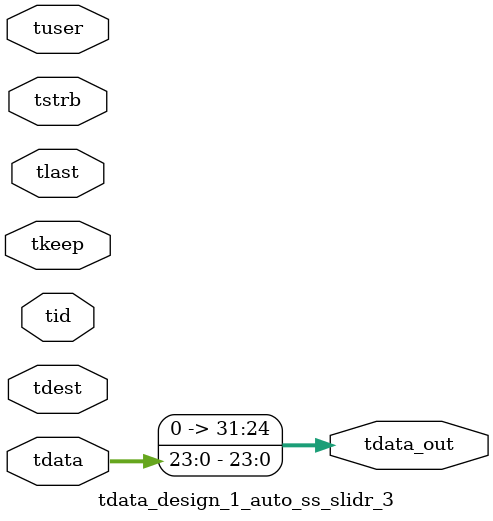
<source format=v>


`timescale 1ps/1ps

module tdata_design_1_auto_ss_slidr_3 #
(
parameter C_S_AXIS_TDATA_WIDTH = 32,
parameter C_S_AXIS_TUSER_WIDTH = 0,
parameter C_S_AXIS_TID_WIDTH   = 0,
parameter C_S_AXIS_TDEST_WIDTH = 0,
parameter C_M_AXIS_TDATA_WIDTH = 32
)
(
input  [(C_S_AXIS_TDATA_WIDTH == 0 ? 1 : C_S_AXIS_TDATA_WIDTH)-1:0     ] tdata,
input  [(C_S_AXIS_TUSER_WIDTH == 0 ? 1 : C_S_AXIS_TUSER_WIDTH)-1:0     ] tuser,
input  [(C_S_AXIS_TID_WIDTH   == 0 ? 1 : C_S_AXIS_TID_WIDTH)-1:0       ] tid,
input  [(C_S_AXIS_TDEST_WIDTH == 0 ? 1 : C_S_AXIS_TDEST_WIDTH)-1:0     ] tdest,
input  [(C_S_AXIS_TDATA_WIDTH/8)-1:0 ] tkeep,
input  [(C_S_AXIS_TDATA_WIDTH/8)-1:0 ] tstrb,
input                                                                    tlast,
output [C_M_AXIS_TDATA_WIDTH-1:0] tdata_out
);

assign tdata_out = {tdata[23:0]};

endmodule


</source>
